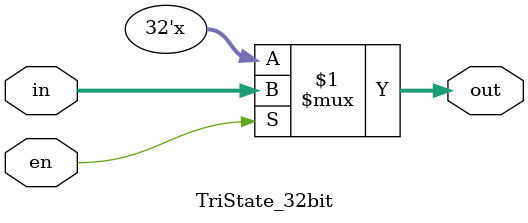
<source format=v>
module TriState_32bit(in, en, out);
input [31:0]in;
input en;
output [31:0]out;

	assign out = en ? in : 32'bz;

endmodule
</source>
